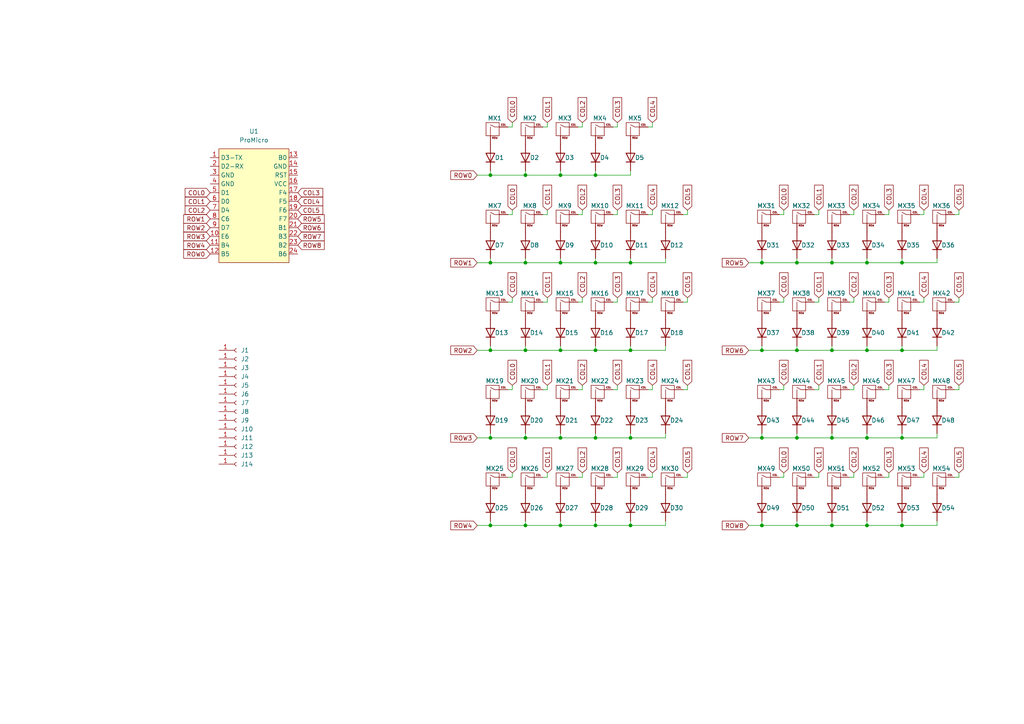
<source format=kicad_sch>
(kicad_sch (version 20230121) (generator eeschema)
  (paper "A4")
  (junction (at 220.98 127))
  (junction (at 162.56 76.2))
  (junction (at 241.3 127))
  (junction (at 182.88 101.6))
  (junction (at 172.72 101.6))
  (junction (at 251.46 101.6))
  (junction (at 231.14 127))
  (junction (at 152.4 101.6))
  (junction (at 220.98 76.2))
  (junction (at 142.24 50.8))
  (junction (at 261.62 152.4))
  (junction (at 162.56 50.8))
  (junction (at 241.3 152.4))
  (junction (at 152.4 76.2))
  (junction (at 142.24 152.4))
  (junction (at 231.14 152.4))
  (junction (at 172.72 76.2))
  (junction (at 251.46 76.2))
  (junction (at 182.88 76.2))
  (junction (at 162.56 101.6))
  (junction (at 231.14 76.2))
  (junction (at 261.62 127))
  (junction (at 261.62 101.6))
  (junction (at 241.3 101.6))
  (junction (at 231.14 101.6))
  (junction (at 152.4 127))
  (junction (at 172.72 50.8))
  (junction (at 220.98 152.4))
  (junction (at 142.24 127))
  (junction (at 251.46 127))
  (junction (at 142.24 76.2))
  (junction (at 162.56 152.4))
  (junction (at 220.98 101.6))
  (junction (at 152.4 50.8))
  (junction (at 172.72 127))
  (junction (at 182.88 152.4))
  (junction (at 251.46 152.4))
  (junction (at 261.62 76.2))
  (junction (at 172.72 152.4))
  (junction (at 162.56 127))
  (junction (at 142.24 101.6))
  (junction (at 241.3 76.2))
  (junction (at 152.4 152.4))
  (junction (at 182.88 127))
  (wire (pts (xy 148.59 86.36) (xy 148.59 87.63)))
  (wire (pts (xy 236.22 113.03) (xy 237.49 113.03)))
  (wire (pts (xy 231.14 101.6) (xy 241.3 101.6)))
  (wire (pts (xy 267.97 137.16) (xy 267.97 138.43)))
  (wire (pts (xy 271.78 152.4) (xy 271.78 151.13)))
  (wire (pts (xy 217.17 152.4) (xy 220.98 152.4)))
  (wire (pts (xy 158.75 60.96) (xy 158.75 62.23)))
  (wire (pts (xy 241.3 152.4) (xy 241.3 151.13)))
  (wire (pts (xy 257.81 86.36) (xy 257.81 87.63)))
  (wire (pts (xy 198.12 87.63) (xy 199.39 87.63)))
  (wire (pts (xy 198.12 138.43) (xy 199.39 138.43)))
  (wire (pts (xy 231.14 127) (xy 231.14 125.73)))
  (wire (pts (xy 182.88 50.8) (xy 182.88 49.53)))
  (wire (pts (xy 152.4 152.4) (xy 162.56 152.4)))
  (wire (pts (xy 193.04 127) (xy 193.04 125.73)))
  (wire (pts (xy 241.3 76.2) (xy 241.3 74.93)))
  (wire (pts (xy 182.88 76.2) (xy 193.04 76.2)))
  (wire (pts (xy 138.43 101.6) (xy 142.24 101.6)))
  (wire (pts (xy 189.23 86.36) (xy 189.23 87.63)))
  (wire (pts (xy 168.91 86.36) (xy 168.91 87.63)))
  (wire (pts (xy 220.98 152.4) (xy 220.98 151.13)))
  (wire (pts (xy 266.7 87.63) (xy 267.97 87.63)))
  (wire (pts (xy 247.65 60.96) (xy 247.65 62.23)))
  (wire (pts (xy 177.8 62.23) (xy 179.07 62.23)))
  (wire (pts (xy 177.8 138.43) (xy 179.07 138.43)))
  (wire (pts (xy 158.75 137.16) (xy 158.75 138.43)))
  (wire (pts (xy 187.96 138.43) (xy 189.23 138.43)))
  (wire (pts (xy 199.39 111.76) (xy 199.39 113.03)))
  (wire (pts (xy 231.14 152.4) (xy 231.14 151.13)))
  (wire (pts (xy 261.62 101.6) (xy 261.62 100.33)))
  (wire (pts (xy 167.64 113.03) (xy 168.91 113.03)))
  (wire (pts (xy 231.14 101.6) (xy 231.14 100.33)))
  (wire (pts (xy 152.4 76.2) (xy 162.56 76.2)))
  (wire (pts (xy 142.24 101.6) (xy 152.4 101.6)))
  (wire (pts (xy 217.17 101.6) (xy 220.98 101.6)))
  (wire (pts (xy 247.65 137.16) (xy 247.65 138.43)))
  (wire (pts (xy 148.59 60.96) (xy 148.59 62.23)))
  (wire (pts (xy 172.72 76.2) (xy 182.88 76.2)))
  (wire (pts (xy 177.8 113.03) (xy 179.07 113.03)))
  (wire (pts (xy 251.46 127) (xy 251.46 125.73)))
  (wire (pts (xy 246.38 87.63) (xy 247.65 87.63)))
  (wire (pts (xy 182.88 101.6) (xy 182.88 100.33)))
  (wire (pts (xy 157.48 36.83) (xy 158.75 36.83)))
  (wire (pts (xy 220.98 101.6) (xy 231.14 101.6)))
  (wire (pts (xy 226.06 113.03) (xy 227.33 113.03)))
  (wire (pts (xy 147.32 87.63) (xy 148.59 87.63)))
  (wire (pts (xy 187.96 113.03) (xy 189.23 113.03)))
  (wire (pts (xy 162.56 101.6) (xy 172.72 101.6)))
  (wire (pts (xy 158.75 35.56) (xy 158.75 36.83)))
  (wire (pts (xy 148.59 111.76) (xy 148.59 113.03)))
  (wire (pts (xy 267.97 60.96) (xy 267.97 62.23)))
  (wire (pts (xy 193.04 152.4) (xy 193.04 151.13)))
  (wire (pts (xy 152.4 101.6) (xy 152.4 100.33)))
  (wire (pts (xy 167.64 87.63) (xy 168.91 87.63)))
  (wire (pts (xy 162.56 76.2) (xy 162.56 74.93)))
  (wire (pts (xy 168.91 111.76) (xy 168.91 113.03)))
  (wire (pts (xy 189.23 111.76) (xy 189.23 113.03)))
  (wire (pts (xy 147.32 138.43) (xy 148.59 138.43)))
  (wire (pts (xy 276.86 87.63) (xy 278.13 87.63)))
  (wire (pts (xy 261.62 127) (xy 261.62 125.73)))
  (wire (pts (xy 182.88 76.2) (xy 182.88 74.93)))
  (wire (pts (xy 247.65 111.76) (xy 247.65 113.03)))
  (wire (pts (xy 142.24 127) (xy 152.4 127)))
  (wire (pts (xy 172.72 50.8) (xy 182.88 50.8)))
  (wire (pts (xy 167.64 62.23) (xy 168.91 62.23)))
  (wire (pts (xy 220.98 76.2) (xy 220.98 74.93)))
  (wire (pts (xy 226.06 138.43) (xy 227.33 138.43)))
  (wire (pts (xy 237.49 60.96) (xy 237.49 62.23)))
  (wire (pts (xy 162.56 152.4) (xy 162.56 151.13)))
  (wire (pts (xy 152.4 101.6) (xy 162.56 101.6)))
  (wire (pts (xy 226.06 87.63) (xy 227.33 87.63)))
  (wire (pts (xy 227.33 86.36) (xy 227.33 87.63)))
  (wire (pts (xy 187.96 36.83) (xy 189.23 36.83)))
  (wire (pts (xy 217.17 127) (xy 220.98 127)))
  (wire (pts (xy 227.33 60.96) (xy 227.33 62.23)))
  (wire (pts (xy 152.4 50.8) (xy 162.56 50.8)))
  (wire (pts (xy 220.98 127) (xy 220.98 125.73)))
  (wire (pts (xy 147.32 113.03) (xy 148.59 113.03)))
  (wire (pts (xy 177.8 87.63) (xy 179.07 87.63)))
  (wire (pts (xy 261.62 101.6) (xy 271.78 101.6)))
  (wire (pts (xy 247.65 86.36) (xy 247.65 87.63)))
  (wire (pts (xy 179.07 137.16) (xy 179.07 138.43)))
  (wire (pts (xy 138.43 50.8) (xy 142.24 50.8)))
  (wire (pts (xy 276.86 62.23) (xy 278.13 62.23)))
  (wire (pts (xy 158.75 86.36) (xy 158.75 87.63)))
  (wire (pts (xy 241.3 152.4) (xy 251.46 152.4)))
  (wire (pts (xy 162.56 152.4) (xy 172.72 152.4)))
  (wire (pts (xy 152.4 152.4) (xy 152.4 151.13)))
  (wire (pts (xy 271.78 101.6) (xy 271.78 100.33)))
  (wire (pts (xy 246.38 138.43) (xy 247.65 138.43)))
  (wire (pts (xy 227.33 137.16) (xy 227.33 138.43)))
  (wire (pts (xy 241.3 76.2) (xy 251.46 76.2)))
  (wire (pts (xy 271.78 127) (xy 271.78 125.73)))
  (wire (pts (xy 220.98 101.6) (xy 220.98 100.33)))
  (wire (pts (xy 162.56 127) (xy 172.72 127)))
  (wire (pts (xy 162.56 76.2) (xy 172.72 76.2)))
  (wire (pts (xy 142.24 50.8) (xy 142.24 49.53)))
  (wire (pts (xy 142.24 101.6) (xy 142.24 100.33)))
  (wire (pts (xy 231.14 76.2) (xy 241.3 76.2)))
  (wire (pts (xy 142.24 127) (xy 142.24 125.73)))
  (wire (pts (xy 236.22 62.23) (xy 237.49 62.23)))
  (wire (pts (xy 199.39 60.96) (xy 199.39 62.23)))
  (wire (pts (xy 246.38 62.23) (xy 247.65 62.23)))
  (wire (pts (xy 278.13 60.96) (xy 278.13 62.23)))
  (wire (pts (xy 261.62 152.4) (xy 261.62 151.13)))
  (wire (pts (xy 142.24 152.4) (xy 142.24 151.13)))
  (wire (pts (xy 256.54 87.63) (xy 257.81 87.63)))
  (wire (pts (xy 147.32 62.23) (xy 148.59 62.23)))
  (wire (pts (xy 172.72 50.8) (xy 172.72 49.53)))
  (wire (pts (xy 162.56 127) (xy 162.56 125.73)))
  (wire (pts (xy 241.3 127) (xy 241.3 125.73)))
  (wire (pts (xy 138.43 76.2) (xy 142.24 76.2)))
  (wire (pts (xy 162.56 101.6) (xy 162.56 100.33)))
  (wire (pts (xy 172.72 127) (xy 182.88 127)))
  (wire (pts (xy 257.81 60.96) (xy 257.81 62.23)))
  (wire (pts (xy 157.48 87.63) (xy 158.75 87.63)))
  (wire (pts (xy 158.75 111.76) (xy 158.75 113.03)))
  (wire (pts (xy 138.43 152.4) (xy 142.24 152.4)))
  (wire (pts (xy 266.7 62.23) (xy 267.97 62.23)))
  (wire (pts (xy 182.88 101.6) (xy 193.04 101.6)))
  (wire (pts (xy 251.46 76.2) (xy 251.46 74.93)))
  (wire (pts (xy 168.91 137.16) (xy 168.91 138.43)))
  (wire (pts (xy 278.13 86.36) (xy 278.13 87.63)))
  (wire (pts (xy 138.43 127) (xy 142.24 127)))
  (wire (pts (xy 251.46 76.2) (xy 261.62 76.2)))
  (wire (pts (xy 193.04 101.6) (xy 193.04 100.33)))
  (wire (pts (xy 266.7 138.43) (xy 267.97 138.43)))
  (wire (pts (xy 179.07 111.76) (xy 179.07 113.03)))
  (wire (pts (xy 172.72 152.4) (xy 172.72 151.13)))
  (wire (pts (xy 256.54 62.23) (xy 257.81 62.23)))
  (wire (pts (xy 266.7 113.03) (xy 267.97 113.03)))
  (wire (pts (xy 172.72 76.2) (xy 172.72 74.93)))
  (wire (pts (xy 193.04 76.2) (xy 193.04 74.93)))
  (wire (pts (xy 257.81 111.76) (xy 257.81 113.03)))
  (wire (pts (xy 142.24 152.4) (xy 152.4 152.4)))
  (wire (pts (xy 187.96 87.63) (xy 189.23 87.63)))
  (wire (pts (xy 142.24 76.2) (xy 142.24 74.93)))
  (wire (pts (xy 261.62 152.4) (xy 271.78 152.4)))
  (wire (pts (xy 199.39 86.36) (xy 199.39 87.63)))
  (wire (pts (xy 168.91 60.96) (xy 168.91 62.23)))
  (wire (pts (xy 172.72 127) (xy 172.72 125.73)))
  (wire (pts (xy 251.46 152.4) (xy 251.46 151.13)))
  (wire (pts (xy 257.81 137.16) (xy 257.81 138.43)))
  (wire (pts (xy 251.46 101.6) (xy 261.62 101.6)))
  (wire (pts (xy 237.49 111.76) (xy 237.49 113.03)))
  (wire (pts (xy 157.48 62.23) (xy 158.75 62.23)))
  (wire (pts (xy 142.24 76.2) (xy 152.4 76.2)))
  (wire (pts (xy 147.32 36.83) (xy 148.59 36.83)))
  (wire (pts (xy 157.48 138.43) (xy 158.75 138.43)))
  (wire (pts (xy 256.54 138.43) (xy 257.81 138.43)))
  (wire (pts (xy 276.86 113.03) (xy 278.13 113.03)))
  (wire (pts (xy 267.97 111.76) (xy 267.97 113.03)))
  (wire (pts (xy 179.07 86.36) (xy 179.07 87.63)))
  (wire (pts (xy 152.4 76.2) (xy 152.4 74.93)))
  (wire (pts (xy 198.12 62.23) (xy 199.39 62.23)))
  (wire (pts (xy 167.64 36.83) (xy 168.91 36.83)))
  (wire (pts (xy 278.13 111.76) (xy 278.13 113.03)))
  (wire (pts (xy 177.8 36.83) (xy 179.07 36.83)))
  (wire (pts (xy 198.12 113.03) (xy 199.39 113.03)))
  (wire (pts (xy 226.06 62.23) (xy 227.33 62.23)))
  (wire (pts (xy 227.33 111.76) (xy 227.33 113.03)))
  (wire (pts (xy 236.22 138.43) (xy 237.49 138.43)))
  (wire (pts (xy 182.88 152.4) (xy 193.04 152.4)))
  (wire (pts (xy 231.14 152.4) (xy 241.3 152.4)))
  (wire (pts (xy 220.98 76.2) (xy 231.14 76.2)))
  (wire (pts (xy 231.14 127) (xy 241.3 127)))
  (wire (pts (xy 237.49 86.36) (xy 237.49 87.63)))
  (wire (pts (xy 267.97 86.36) (xy 267.97 87.63)))
  (wire (pts (xy 220.98 152.4) (xy 231.14 152.4)))
  (wire (pts (xy 251.46 152.4) (xy 261.62 152.4)))
  (wire (pts (xy 152.4 127) (xy 162.56 127)))
  (wire (pts (xy 261.62 127) (xy 271.78 127)))
  (wire (pts (xy 220.98 127) (xy 231.14 127)))
  (wire (pts (xy 182.88 127) (xy 182.88 125.73)))
  (wire (pts (xy 189.23 137.16) (xy 189.23 138.43)))
  (wire (pts (xy 172.72 101.6) (xy 172.72 100.33)))
  (wire (pts (xy 152.4 127) (xy 152.4 125.73)))
  (wire (pts (xy 241.3 101.6) (xy 241.3 100.33)))
  (wire (pts (xy 148.59 35.56) (xy 148.59 36.83)))
  (wire (pts (xy 231.14 76.2) (xy 231.14 74.93)))
  (wire (pts (xy 179.07 35.56) (xy 179.07 36.83)))
  (wire (pts (xy 261.62 76.2) (xy 271.78 76.2)))
  (wire (pts (xy 162.56 50.8) (xy 162.56 49.53)))
  (wire (pts (xy 182.88 127) (xy 193.04 127)))
  (wire (pts (xy 142.24 50.8) (xy 152.4 50.8)))
  (wire (pts (xy 157.48 113.03) (xy 158.75 113.03)))
  (wire (pts (xy 261.62 76.2) (xy 261.62 74.93)))
  (wire (pts (xy 271.78 76.2) (xy 271.78 74.93)))
  (wire (pts (xy 172.72 152.4) (xy 182.88 152.4)))
  (wire (pts (xy 168.91 35.56) (xy 168.91 36.83)))
  (wire (pts (xy 278.13 137.16) (xy 278.13 138.43)))
  (wire (pts (xy 199.39 137.16) (xy 199.39 138.43)))
  (wire (pts (xy 236.22 87.63) (xy 237.49 87.63)))
  (wire (pts (xy 179.07 60.96) (xy 179.07 62.23)))
  (wire (pts (xy 241.3 127) (xy 251.46 127)))
  (wire (pts (xy 276.86 138.43) (xy 278.13 138.43)))
  (wire (pts (xy 237.49 137.16) (xy 237.49 138.43)))
  (wire (pts (xy 189.23 60.96) (xy 189.23 62.23)))
  (wire (pts (xy 187.96 62.23) (xy 189.23 62.23)))
  (wire (pts (xy 251.46 127) (xy 261.62 127)))
  (wire (pts (xy 167.64 138.43) (xy 168.91 138.43)))
  (wire (pts (xy 152.4 50.8) (xy 152.4 49.53)))
  (wire (pts (xy 246.38 113.03) (xy 247.65 113.03)))
  (wire (pts (xy 162.56 50.8) (xy 172.72 50.8)))
  (wire (pts (xy 148.59 137.16) (xy 148.59 138.43)))
  (wire (pts (xy 189.23 35.56) (xy 189.23 36.83)))
  (wire (pts (xy 241.3 101.6) (xy 251.46 101.6)))
  (wire (pts (xy 251.46 101.6) (xy 251.46 100.33)))
  (wire (pts (xy 172.72 101.6) (xy 182.88 101.6)))
  (wire (pts (xy 217.17 76.2) (xy 220.98 76.2)))
  (wire (pts (xy 182.88 152.4) (xy 182.88 151.13)))
  (wire (pts (xy 256.54 113.03) (xy 257.81 113.03)))
  (global_label "COL4" (shape input) (at 267.97 137.16 90) (property "Intersheetrefs" "${INTERSHEET_REFS}" (effects hide)))
  (global_label "ROW5" (shape input) (at 86.36 63.5 0) (property "Intersheetrefs" "${INTERSHEET_REFS}" (effects hide)))
  (global_label "COL0" (shape input) (at 227.33 86.36 90) (property "Intersheetrefs" "${INTERSHEET_REFS}" (effects hide)))
  (global_label "COL3" (shape input) (at 179.07 86.36 90) (property "Intersheetrefs" "${INTERSHEET_REFS}" (effects hide)))
  (global_label "COL5" (shape input) (at 199.39 137.16 90) (property "Intersheetrefs" "${INTERSHEET_REFS}" (effects hide)))
  (global_label "COL0" (shape input) (at 227.33 60.96 90) (property "Intersheetrefs" "${INTERSHEET_REFS}" (effects hide)))
  (global_label "ROW2" (shape input) (at 138.43 101.6 180) (property "Intersheetrefs" "${INTERSHEET_REFS}" (effects hide)))
  (global_label "COL3" (shape input) (at 86.36 55.88 0) (property "Intersheetrefs" "${INTERSHEET_REFS}" (effects hide)))
  (global_label "ROW3" (shape input) (at 138.43 127 180) (property "Intersheetrefs" "${INTERSHEET_REFS}" (effects hide)))
  (global_label "ROW1" (shape input) (at 138.43 76.2 180) (property "Intersheetrefs" "${INTERSHEET_REFS}" (effects hide)))
  (global_label "COL5" (shape input) (at 278.13 60.96 90) (property "Intersheetrefs" "${INTERSHEET_REFS}" (effects hide)))
  (global_label "ROW7" (shape input) (at 86.36 68.58 0) (property "Intersheetrefs" "${INTERSHEET_REFS}" (effects hide)))
  (global_label "COL5" (shape input) (at 278.13 137.16 90) (property "Intersheetrefs" "${INTERSHEET_REFS}" (effects hide)))
  (global_label "COL5" (shape input) (at 199.39 60.96 90) (property "Intersheetrefs" "${INTERSHEET_REFS}" (effects hide)))
  (global_label "ROW3" (shape input) (at 60.96 68.58 180) (property "Intersheetrefs" "${INTERSHEET_REFS}" (effects hide)))
  (global_label "COL0" (shape input) (at 148.59 111.76 90) (property "Intersheetrefs" "${INTERSHEET_REFS}" (effects hide)))
  (global_label "COL1" (shape input) (at 237.49 111.76 90) (property "Intersheetrefs" "${INTERSHEET_REFS}" (effects hide)))
  (global_label "COL3" (shape input) (at 257.81 111.76 90) (property "Intersheetrefs" "${INTERSHEET_REFS}" (effects hide)))
  (global_label "COL1" (shape input) (at 158.75 137.16 90) (property "Intersheetrefs" "${INTERSHEET_REFS}" (effects hide)))
  (global_label "COL4" (shape input) (at 189.23 137.16 90) (property "Intersheetrefs" "${INTERSHEET_REFS}" (effects hide)))
  (global_label "COL2" (shape input) (at 168.91 137.16 90) (property "Intersheetrefs" "${INTERSHEET_REFS}" (effects hide)))
  (global_label "COL2" (shape input) (at 168.91 35.56 90) (property "Intersheetrefs" "${INTERSHEET_REFS}" (effects hide)))
  (global_label "COL4" (shape input) (at 86.36 58.42 0) (property "Intersheetrefs" "${INTERSHEET_REFS}" (effects hide)))
  (global_label "COL2" (shape input) (at 168.91 111.76 90) (property "Intersheetrefs" "${INTERSHEET_REFS}" (effects hide)))
  (global_label "COL2" (shape input) (at 168.91 86.36 90) (property "Intersheetrefs" "${INTERSHEET_REFS}" (effects hide)))
  (global_label "COL4" (shape input) (at 189.23 60.96 90) (property "Intersheetrefs" "${INTERSHEET_REFS}" (effects hide)))
  (global_label "COL1" (shape input) (at 237.49 86.36 90) (property "Intersheetrefs" "${INTERSHEET_REFS}" (effects hide)))
  (global_label "COL0" (shape input) (at 227.33 111.76 90) (property "Intersheetrefs" "${INTERSHEET_REFS}" (effects hide)))
  (global_label "COL0" (shape input) (at 227.33 137.16 90) (property "Intersheetrefs" "${INTERSHEET_REFS}" (effects hide)))
  (global_label "COL4" (shape input) (at 189.23 35.56 90) (property "Intersheetrefs" "${INTERSHEET_REFS}" (effects hide)))
  (global_label "ROW4" (shape input) (at 138.43 152.4 180) (property "Intersheetrefs" "${INTERSHEET_REFS}" (effects hide)))
  (global_label "COL0" (shape input) (at 148.59 137.16 90) (property "Intersheetrefs" "${INTERSHEET_REFS}" (effects hide)))
  (global_label "COL5" (shape input) (at 199.39 111.76 90) (property "Intersheetrefs" "${INTERSHEET_REFS}" (effects hide)))
  (global_label "ROW2" (shape input) (at 60.96 66.04 180) (property "Intersheetrefs" "${INTERSHEET_REFS}" (effects hide)))
  (global_label "COL1" (shape input) (at 237.49 60.96 90) (property "Intersheetrefs" "${INTERSHEET_REFS}" (effects hide)))
  (global_label "COL2" (shape input) (at 60.96 60.96 180) (property "Intersheetrefs" "${INTERSHEET_REFS}" (effects hide)))
  (global_label "ROW8" (shape input) (at 217.17 152.4 180) (property "Intersheetrefs" "${INTERSHEET_REFS}" (effects hide)))
  (global_label "COL3" (shape input) (at 257.81 60.96 90) (property "Intersheetrefs" "${INTERSHEET_REFS}" (effects hide)))
  (global_label "COL4" (shape input) (at 189.23 86.36 90) (property "Intersheetrefs" "${INTERSHEET_REFS}" (effects hide)))
  (global_label "COL1" (shape input) (at 158.75 60.96 90) (property "Intersheetrefs" "${INTERSHEET_REFS}" (effects hide)))
  (global_label "COL5" (shape input) (at 278.13 86.36 90) (property "Intersheetrefs" "${INTERSHEET_REFS}" (effects hide)))
  (global_label "COL1" (shape input) (at 158.75 111.76 90) (property "Intersheetrefs" "${INTERSHEET_REFS}" (effects hide)))
  (global_label "COL3" (shape input) (at 257.81 86.36 90) (property "Intersheetrefs" "${INTERSHEET_REFS}" (effects hide)))
  (global_label "COL0" (shape input) (at 148.59 86.36 90) (property "Intersheetrefs" "${INTERSHEET_REFS}" (effects hide)))
  (global_label "COL3" (shape input) (at 179.07 111.76 90) (property "Intersheetrefs" "${INTERSHEET_REFS}" (effects hide)))
  (global_label "ROW6" (shape input) (at 86.36 66.04 0) (property "Intersheetrefs" "${INTERSHEET_REFS}" (effects hide)))
  (global_label "COL2" (shape input) (at 168.91 60.96 90) (property "Intersheetrefs" "${INTERSHEET_REFS}" (effects hide)))
  (global_label "COL0" (shape input) (at 60.96 55.88 180) (property "Intersheetrefs" "${INTERSHEET_REFS}" (effects hide)))
  (global_label "ROW6" (shape input) (at 217.17 101.6 180) (property "Intersheetrefs" "${INTERSHEET_REFS}" (effects hide)))
  (global_label "COL0" (shape input) (at 148.59 35.56 90) (property "Intersheetrefs" "${INTERSHEET_REFS}" (effects hide)))
  (global_label "COL1" (shape input) (at 158.75 86.36 90) (property "Intersheetrefs" "${INTERSHEET_REFS}" (effects hide)))
  (global_label "COL1" (shape input) (at 237.49 137.16 90) (property "Intersheetrefs" "${INTERSHEET_REFS}" (effects hide)))
  (global_label "COL2" (shape input) (at 247.65 111.76 90) (property "Intersheetrefs" "${INTERSHEET_REFS}" (effects hide)))
  (global_label "COL1" (shape input) (at 60.96 58.42 180) (property "Intersheetrefs" "${INTERSHEET_REFS}" (effects hide)))
  (global_label "ROW1" (shape input) (at 60.96 63.5 180) (property "Intersheetrefs" "${INTERSHEET_REFS}" (effects hide)))
  (global_label "COL2" (shape input) (at 247.65 137.16 90) (property "Intersheetrefs" "${INTERSHEET_REFS}" (effects hide)))
  (global_label "COL3" (shape input) (at 179.07 137.16 90) (property "Intersheetrefs" "${INTERSHEET_REFS}" (effects hide)))
  (global_label "COL4" (shape input) (at 189.23 111.76 90) (property "Intersheetrefs" "${INTERSHEET_REFS}" (effects hide)))
  (global_label "ROW0" (shape input) (at 60.96 73.66 180) (property "Intersheetrefs" "${INTERSHEET_REFS}" (effects hide)))
  (global_label "COL2" (shape input) (at 247.65 60.96 90) (property "Intersheetrefs" "${INTERSHEET_REFS}" (effects hide)))
  (global_label "COL5" (shape input) (at 278.13 111.76 90) (property "Intersheetrefs" "${INTERSHEET_REFS}" (effects hide)))
  (global_label "ROW0" (shape input) (at 138.43 50.8 180) (property "Intersheetrefs" "${INTERSHEET_REFS}" (effects hide)))
  (global_label "ROW4" (shape input) (at 60.96 71.12 180) (property "Intersheetrefs" "${INTERSHEET_REFS}" (effects hide)))
  (global_label "COL2" (shape input) (at 247.65 86.36 90) (property "Intersheetrefs" "${INTERSHEET_REFS}" (effects hide)))
  (global_label "COL3" (shape input) (at 179.07 35.56 90) (property "Intersheetrefs" "${INTERSHEET_REFS}" (effects hide)))
  (global_label "ROW5" (shape input) (at 217.17 76.2 180) (property "Intersheetrefs" "${INTERSHEET_REFS}" (effects hide)))
  (global_label "COL1" (shape input) (at 158.75 35.56 90) (property "Intersheetrefs" "${INTERSHEET_REFS}" (effects hide)))
  (global_label "COL3" (shape input) (at 257.81 137.16 90) (property "Intersheetrefs" "${INTERSHEET_REFS}" (effects hide)))
  (global_label "ROW7" (shape input) (at 217.17 127 180) (property "Intersheetrefs" "${INTERSHEET_REFS}" (effects hide)))
  (global_label "ROW8" (shape input) (at 86.36 71.12 0) (property "Intersheetrefs" "${INTERSHEET_REFS}" (effects hide)))
  (global_label "COL4" (shape input) (at 267.97 111.76 90) (property "Intersheetrefs" "${INTERSHEET_REFS}" (effects hide)))
  (global_label "COL5" (shape input) (at 199.39 86.36 90) (property "Intersheetrefs" "${INTERSHEET_REFS}" (effects hide)))
  (global_label "COL4" (shape input) (at 267.97 86.36 90) (property "Intersheetrefs" "${INTERSHEET_REFS}" (effects hide)))
  (global_label "COL0" (shape input) (at 148.59 60.96 90) (property "Intersheetrefs" "${INTERSHEET_REFS}" (effects hide)))
  (global_label "COL3" (shape input) (at 179.07 60.96 90) (property "Intersheetrefs" "${INTERSHEET_REFS}" (effects hide)))
  (global_label "COL4" (shape input) (at 267.97 60.96 90) (property "Intersheetrefs" "${INTERSHEET_REFS}" (effects hide)))
  (global_label "COL5" (shape input) (at 86.36 60.96 0) (property "Intersheetrefs" "${INTERSHEET_REFS}" (effects hide)))
  (symbol (lib_id "Diode:1N4148") (at 271.78 121.92 90) (unit 1)
    (property "Reference" "D48" (at 273.05 121.92 90) (effects (justify right)))
    (property "Value" "1N4148" (effects hide))
    (property "Footprint" "Diode_THT:D_DO-35_SOD27_P7.62mm_Horizontal" (effects hide))
    (property "Datasheet" "https://assets.nexperia.com/documents/data-sheet/1N4148_1N4448.pdf" (effects hide))
    (property "Sim.Device" "D" (effects hide))
    (property "Sim.Pins" "1=K 2=A" (effects hide))
  )
  (symbol (lib_id "PCM_0xcb:MX") (at 252.73 138.43 0) (unit 1)
    (property "Reference" "MX52" (at 252.73 135.89 0))
    (property "Value" "MX" (effects hide))
    (property "Footprint" "mx:MX-Alps-Hybrid-1U" (effects hide))
  )
  (symbol (lib_id "Diode:1N4148") (at 142.24 96.52 90) (unit 1)
    (property "Reference" "D13" (at 143.51 96.52 90) (effects (justify right)))
    (property "Value" "1N4148" (effects hide))
    (property "Footprint" "Diode_THT:D_DO-35_SOD27_P7.62mm_Horizontal" (effects hide))
    (property "Datasheet" "https://assets.nexperia.com/documents/data-sheet/1N4148_1N4448.pdf" (effects hide))
    (property "Sim.Device" "D" (effects hide))
    (property "Sim.Pins" "1=K 2=A" (effects hide))
  )
  (symbol (lib_id "PCM_0xcb:MX") (at 163.83 36.83 0) (unit 1)
    (property "Reference" "MX3" (at 163.83 34.29 0))
    (property "Value" "MX" (effects hide))
    (property "Footprint" "mx:MX-Alps-Hybrid-1U" (effects hide))
  )
  (symbol (lib_id "Connector:Conn_01x01_Socket") (at 68.58 121.92 0) (unit 1)
    (property "Reference" "J9" (at 69.85 121.92 0) (effects (justify left)))
    (property "Value" "Conn_01x01_Socket" (effects hide))
    (property "Footprint" "MountingHole:MountingHole_2.2mm_M2" (effects hide))
  )
  (symbol (lib_id "Diode:1N4148") (at 220.98 71.12 90) (unit 1)
    (property "Reference" "D31" (at 222.25 71.12 90) (effects (justify right)))
    (property "Value" "1N4148" (effects hide))
    (property "Footprint" "Diode_THT:D_DO-35_SOD27_P7.62mm_Horizontal" (effects hide))
    (property "Datasheet" "https://assets.nexperia.com/documents/data-sheet/1N4148_1N4448.pdf" (effects hide))
    (property "Sim.Device" "D" (effects hide))
    (property "Sim.Pins" "1=K 2=A" (effects hide))
  )
  (symbol (lib_id "PCM_0xcb:MX") (at 232.41 87.63 0) (unit 1)
    (property "Reference" "MX38" (at 232.41 85.09 0))
    (property "Value" "MX" (effects hide))
    (property "Footprint" "mx:MX-Alps-Hybrid-1U" (effects hide))
  )
  (symbol (lib_id "Diode:1N4148") (at 193.04 121.92 90) (unit 1)
    (property "Reference" "D24" (at 194.31 121.92 90) (effects (justify right)))
    (property "Value" "1N4148" (effects hide))
    (property "Footprint" "Diode_THT:D_DO-35_SOD27_P7.62mm_Horizontal" (effects hide))
    (property "Datasheet" "https://assets.nexperia.com/documents/data-sheet/1N4148_1N4448.pdf" (effects hide))
    (property "Sim.Device" "D" (effects hide))
    (property "Sim.Pins" "1=K 2=A" (effects hide))
  )
  (symbol (lib_id "PCM_0xcb:MX") (at 173.99 36.83 0) (unit 1)
    (property "Reference" "MX4" (at 173.99 34.29 0))
    (property "Value" "MX" (effects hide))
    (property "Footprint" "mx:MX-Alps-Hybrid-1U" (effects hide))
  )
  (symbol (lib_id "Diode:1N4148") (at 172.72 121.92 90) (unit 1)
    (property "Reference" "D22" (at 173.99 121.92 90) (effects (justify right)))
    (property "Value" "1N4148" (effects hide))
    (property "Footprint" "Diode_THT:D_DO-35_SOD27_P7.62mm_Horizontal" (effects hide))
    (property "Datasheet" "https://assets.nexperia.com/documents/data-sheet/1N4148_1N4448.pdf" (effects hide))
    (property "Sim.Device" "D" (effects hide))
    (property "Sim.Pins" "1=K 2=A" (effects hide))
  )
  (symbol (lib_id "Diode:1N4148") (at 261.62 71.12 90) (unit 1)
    (property "Reference" "D35" (at 262.89 71.12 90) (effects (justify right)))
    (property "Value" "1N4148" (effects hide))
    (property "Footprint" "Diode_THT:D_DO-35_SOD27_P7.62mm_Horizontal" (effects hide))
    (property "Datasheet" "https://assets.nexperia.com/documents/data-sheet/1N4148_1N4448.pdf" (effects hide))
    (property "Sim.Device" "D" (effects hide))
    (property "Sim.Pins" "1=K 2=A" (effects hide))
  )
  (symbol (lib_id "PCM_0xcb:MX") (at 262.89 138.43 0) (unit 1)
    (property "Reference" "MX53" (at 262.89 135.89 0))
    (property "Value" "MX" (effects hide))
    (property "Footprint" "mx:MX-Alps-Hybrid-1U" (effects hide))
  )
  (symbol (lib_id "Diode:1N4148") (at 152.4 96.52 90) (unit 1)
    (property "Reference" "D14" (at 153.67 96.52 90) (effects (justify right)))
    (property "Value" "1N4148" (effects hide))
    (property "Footprint" "Diode_THT:D_DO-35_SOD27_P7.62mm_Horizontal" (effects hide))
    (property "Datasheet" "https://assets.nexperia.com/documents/data-sheet/1N4148_1N4448.pdf" (effects hide))
    (property "Sim.Device" "D" (effects hide))
    (property "Sim.Pins" "1=K 2=A" (effects hide))
  )
  (symbol (lib_id "PCM_0xcb:MX") (at 242.57 138.43 0) (unit 1)
    (property "Reference" "MX51" (at 242.57 135.89 0))
    (property "Value" "MX" (effects hide))
    (property "Footprint" "mx:MX-Alps-Hybrid-1U" (effects hide))
  )
  (symbol (lib_id "PCM_0xcb:MX") (at 143.51 62.23 0) (unit 1)
    (property "Reference" "MX7" (at 143.51 59.69 0))
    (property "Value" "MX" (effects hide))
    (property "Footprint" "mx:MX-Alps-Hybrid-1U" (effects hide))
  )
  (symbol (lib_id "PCM_0xcb:MX") (at 163.83 113.03 0) (unit 1)
    (property "Reference" "MX21" (at 163.83 110.49 0))
    (property "Value" "MX" (effects hide))
    (property "Footprint" "mx:MX-Alps-Hybrid-1U" (effects hide))
  )
  (symbol (lib_id "Diode:1N4148") (at 172.72 45.72 90) (unit 1)
    (property "Reference" "D4" (at 173.99 45.72 90) (effects (justify right)))
    (property "Value" "1N4148" (effects hide))
    (property "Footprint" "Diode_THT:D_DO-35_SOD27_P7.62mm_Horizontal" (effects hide))
    (property "Datasheet" "https://assets.nexperia.com/documents/data-sheet/1N4148_1N4448.pdf" (effects hide))
    (property "Sim.Device" "D" (effects hide))
    (property "Sim.Pins" "1=K 2=A" (effects hide))
  )
  (symbol (lib_id "Diode:1N4148") (at 193.04 96.52 90) (unit 1)
    (property "Reference" "D18" (at 194.31 96.52 90) (effects (justify right)))
    (property "Value" "1N4148" (effects hide))
    (property "Footprint" "Diode_THT:D_DO-35_SOD27_P7.62mm_Horizontal" (effects hide))
    (property "Datasheet" "https://assets.nexperia.com/documents/data-sheet/1N4148_1N4448.pdf" (effects hide))
    (property "Sim.Device" "D" (effects hide))
    (property "Sim.Pins" "1=K 2=A" (effects hide))
  )
  (symbol (lib_id "Diode:1N4148") (at 261.62 147.32 90) (unit 1)
    (property "Reference" "D53" (at 262.89 147.32 90) (effects (justify right)))
    (property "Value" "1N4148" (effects hide))
    (property "Footprint" "Diode_THT:D_DO-35_SOD27_P7.62mm_Horizontal" (effects hide))
    (property "Datasheet" "https://assets.nexperia.com/documents/data-sheet/1N4148_1N4448.pdf" (effects hide))
    (property "Sim.Device" "D" (effects hide))
    (property "Sim.Pins" "1=K 2=A" (effects hide))
  )
  (symbol (lib_id "Connector:Conn_01x01_Socket") (at 68.58 116.84 0) (unit 1)
    (property "Reference" "J7" (at 69.85 116.84 0) (effects (justify left)))
    (property "Value" "Conn_01x01_Socket" (effects hide))
    (property "Footprint" "MountingHole:MountingHole_2.2mm_M2" (effects hide))
  )
  (symbol (lib_id "Connector:Conn_01x01_Socket") (at 68.58 106.68 0) (unit 1)
    (property "Reference" "J3" (at 69.85 106.68 0) (effects (justify left)))
    (property "Value" "Conn_01x01_Socket" (effects hide))
    (property "Footprint" "MountingHole:MountingHole_2.2mm_M2" (effects hide))
  )
  (symbol (lib_id "PCM_0xcb:MX") (at 184.15 87.63 0) (unit 1)
    (property "Reference" "MX17" (at 184.15 85.09 0))
    (property "Value" "MX" (effects hide))
    (property "Footprint" "mx:MX-Alps-Hybrid-1U" (effects hide))
  )
  (symbol (lib_id "Connector:Conn_01x01_Socket") (at 68.58 111.76 0) (unit 1)
    (property "Reference" "J5" (at 69.85 111.76 0) (effects (justify left)))
    (property "Value" "Conn_01x01_Socket" (effects hide))
    (property "Footprint" "MountingHole:MountingHole_2.2mm_M2" (effects hide))
  )
  (symbol (lib_id "PCM_0xcb:MX") (at 262.89 62.23 0) (unit 1)
    (property "Reference" "MX35" (at 262.89 59.69 0))
    (property "Value" "MX" (effects hide))
    (property "Footprint" "mx:MX-Alps-Hybrid-1U" (effects hide))
  )
  (symbol (lib_id "Diode:1N4148") (at 182.88 45.72 90) (unit 1)
    (property "Reference" "D5" (at 184.15 45.72 90) (effects (justify right)))
    (property "Value" "1N4148" (effects hide))
    (property "Footprint" "Diode_THT:D_DO-35_SOD27_P7.62mm_Horizontal" (effects hide))
    (property "Datasheet" "https://assets.nexperia.com/documents/data-sheet/1N4148_1N4448.pdf" (effects hide))
    (property "Sim.Device" "D" (effects hide))
    (property "Sim.Pins" "1=K 2=A" (effects hide))
  )
  (symbol (lib_id "PCM_0xcb:MX") (at 163.83 62.23 0) (unit 1)
    (property "Reference" "MX9" (at 163.83 59.69 0))
    (property "Value" "MX" (effects hide))
    (property "Footprint" "mx:MX-Alps-Hybrid-1U" (effects hide))
  )
  (symbol (lib_id "Connector:Conn_01x01_Socket") (at 68.58 109.22 0) (unit 1)
    (property "Reference" "J4" (at 69.85 109.22 0) (effects (justify left)))
    (property "Value" "Conn_01x01_Socket" (effects hide))
    (property "Footprint" "MountingHole:MountingHole_2.2mm_M2" (effects hide))
  )
  (symbol (lib_id "PCM_0xcb:MX") (at 232.41 62.23 0) (unit 1)
    (property "Reference" "MX32" (at 232.41 59.69 0))
    (property "Value" "MX" (effects hide))
    (property "Footprint" "mx:MX-Alps-Hybrid-1U" (effects hide))
  )
  (symbol (lib_id "Diode:1N4148") (at 231.14 71.12 90) (unit 1)
    (property "Reference" "D32" (at 232.41 71.12 90) (effects (justify right)))
    (property "Value" "1N4148" (effects hide))
    (property "Footprint" "Diode_THT:D_DO-35_SOD27_P7.62mm_Horizontal" (effects hide))
    (property "Datasheet" "https://assets.nexperia.com/documents/data-sheet/1N4148_1N4448.pdf" (effects hide))
    (property "Sim.Device" "D" (effects hide))
    (property "Sim.Pins" "1=K 2=A" (effects hide))
  )
  (symbol (lib_id "PCM_0xcb:MX") (at 143.51 138.43 0) (unit 1)
    (property "Reference" "MX25" (at 143.51 135.89 0))
    (property "Value" "MX" (effects hide))
    (property "Footprint" "mx:MX-Alps-Hybrid-1U" (effects hide))
  )
  (symbol (lib_id "Connector:Conn_01x01_Socket") (at 68.58 114.3 0) (unit 1)
    (property "Reference" "J6" (at 69.85 114.3 0) (effects (justify left)))
    (property "Value" "Conn_01x01_Socket" (effects hide))
    (property "Footprint" "MountingHole:MountingHole_2.2mm_M2" (effects hide))
  )
  (symbol (lib_id "PCM_0xcb:MX") (at 173.99 87.63 0) (unit 1)
    (property "Reference" "MX16" (at 173.99 85.09 0))
    (property "Value" "MX" (effects hide))
    (property "Footprint" "mx:MX-Alps-Hybrid-1U" (effects hide))
  )
  (symbol (lib_id "Diode:1N4148") (at 251.46 147.32 90) (unit 1)
    (property "Reference" "D52" (at 252.73 147.32 90) (effects (justify right)))
    (property "Value" "1N4148" (effects hide))
    (property "Footprint" "Diode_THT:D_DO-35_SOD27_P7.62mm_Horizontal" (effects hide))
    (property "Datasheet" "https://assets.nexperia.com/documents/data-sheet/1N4148_1N4448.pdf" (effects hide))
    (property "Sim.Device" "D" (effects hide))
    (property "Sim.Pins" "1=K 2=A" (effects hide))
  )
  (symbol (lib_id "Diode:1N4148") (at 271.78 147.32 90) (unit 1)
    (property "Reference" "D54" (at 273.05 147.32 90) (effects (justify right)))
    (property "Value" "1N4148" (effects hide))
    (property "Footprint" "Diode_THT:D_DO-35_SOD27_P7.62mm_Horizontal" (effects hide))
    (property "Datasheet" "https://assets.nexperia.com/documents/data-sheet/1N4148_1N4448.pdf" (effects hide))
    (property "Sim.Device" "D" (effects hide))
    (property "Sim.Pins" "1=K 2=A" (effects hide))
  )
  (symbol (lib_id "PCM_0xcb:MX") (at 153.67 36.83 0) (unit 1)
    (property "Reference" "MX2" (at 153.67 34.29 0))
    (property "Value" "MX" (effects hide))
    (property "Footprint" "mx:MX-Alps-Hybrid-1U" (effects hide))
  )
  (symbol (lib_id "Diode:1N4148") (at 220.98 96.52 90) (unit 1)
    (property "Reference" "D37" (at 222.25 96.52 90) (effects (justify right)))
    (property "Value" "1N4148" (effects hide))
    (property "Footprint" "Diode_THT:D_DO-35_SOD27_P7.62mm_Horizontal" (effects hide))
    (property "Datasheet" "https://assets.nexperia.com/documents/data-sheet/1N4148_1N4448.pdf" (effects hide))
    (property "Sim.Device" "D" (effects hide))
    (property "Sim.Pins" "1=K 2=A" (effects hide))
  )
  (symbol (lib_id "PCM_0xcb:MX") (at 143.51 87.63 0) (unit 1)
    (property "Reference" "MX13" (at 143.51 85.09 0))
    (property "Value" "MX" (effects hide))
    (property "Footprint" "mx:MX-Alps-Hybrid-1U" (effects hide))
  )
  (symbol (lib_id "Diode:1N4148") (at 152.4 45.72 90) (unit 1)
    (property "Reference" "D2" (at 153.67 45.72 90) (effects (justify right)))
    (property "Value" "1N4148" (effects hide))
    (property "Footprint" "Diode_THT:D_DO-35_SOD27_P7.62mm_Horizontal" (effects hide))
    (property "Datasheet" "https://assets.nexperia.com/documents/data-sheet/1N4148_1N4448.pdf" (effects hide))
    (property "Sim.Device" "D" (effects hide))
    (property "Sim.Pins" "1=K 2=A" (effects hide))
  )
  (symbol (lib_id "PCM_0xcb:MX") (at 194.31 113.03 0) (unit 1)
    (property "Reference" "MX24" (at 194.31 110.49 0))
    (property "Value" "MX" (effects hide))
    (property "Footprint" "mx:MX-Alps-Hybrid-1U" (effects hide))
  )
  (symbol (lib_id "PCM_0xcb:MX") (at 194.31 87.63 0) (unit 1)
    (property "Reference" "MX18" (at 194.31 85.09 0))
    (property "Value" "MX" (effects hide))
    (property "Footprint" "mx:MX-Alps-Hybrid-1U" (effects hide))
  )
  (symbol (lib_id "Diode:1N4148") (at 172.72 96.52 90) (unit 1)
    (property "Reference" "D16" (at 173.99 96.52 90) (effects (justify right)))
    (property "Value" "1N4148" (effects hide))
    (property "Footprint" "Diode_THT:D_DO-35_SOD27_P7.62mm_Horizontal" (effects hide))
    (property "Datasheet" "https://assets.nexperia.com/documents/data-sheet/1N4148_1N4448.pdf" (effects hide))
    (property "Sim.Device" "D" (effects hide))
    (property "Sim.Pins" "1=K 2=A" (effects hide))
  )
  (symbol (lib_id "PCM_0xcb:MX") (at 143.51 113.03 0) (unit 1)
    (property "Reference" "MX19" (at 143.51 110.49 0))
    (property "Value" "MX" (effects hide))
    (property "Footprint" "mx:MX-Alps-Hybrid-1U" (effects hide))
  )
  (symbol (lib_id "Diode:1N4148") (at 182.88 71.12 90) (unit 1)
    (property "Reference" "D11" (at 184.15 71.12 90) (effects (justify right)))
    (property "Value" "1N4148" (effects hide))
    (property "Footprint" "Diode_THT:D_DO-35_SOD27_P7.62mm_Horizontal" (effects hide))
    (property "Datasheet" "https://assets.nexperia.com/documents/data-sheet/1N4148_1N4448.pdf" (effects hide))
    (property "Sim.Device" "D" (effects hide))
    (property "Sim.Pins" "1=K 2=A" (effects hide))
  )
  (symbol (lib_id "PCM_0xcb:MX") (at 273.05 138.43 0) (unit 1)
    (property "Reference" "MX54" (at 273.05 135.89 0))
    (property "Value" "MX" (effects hide))
    (property "Footprint" "mx:MX-Alps-Hybrid-1U" (effects hide))
  )
  (symbol (lib_id "Diode:1N4148") (at 231.14 147.32 90) (unit 1)
    (property "Reference" "D50" (at 232.41 147.32 90) (effects (justify right)))
    (property "Value" "1N4148" (effects hide))
    (property "Footprint" "Diode_THT:D_DO-35_SOD27_P7.62mm_Horizontal" (effects hide))
    (property "Datasheet" "https://assets.nexperia.com/documents/data-sheet/1N4148_1N4448.pdf" (effects hide))
    (property "Sim.Device" "D" (effects hide))
    (property "Sim.Pins" "1=K 2=A" (effects hide))
  )
  (symbol (lib_id "Diode:1N4148") (at 251.46 121.92 90) (unit 1)
    (property "Reference" "D46" (at 252.73 121.92 90) (effects (justify right)))
    (property "Value" "1N4148" (effects hide))
    (property "Footprint" "Diode_THT:D_DO-35_SOD27_P7.62mm_Horizontal" (effects hide))
    (property "Datasheet" "https://assets.nexperia.com/documents/data-sheet/1N4148_1N4448.pdf" (effects hide))
    (property "Sim.Device" "D" (effects hide))
    (property "Sim.Pins" "1=K 2=A" (effects hide))
  )
  (symbol (lib_id "PCM_0xcb:MX") (at 163.83 87.63 0) (unit 1)
    (property "Reference" "MX15" (at 163.83 85.09 0))
    (property "Value" "MX" (effects hide))
    (property "Footprint" "mx:MX-Alps-Hybrid-1U" (effects hide))
  )
  (symbol (lib_id "PCM_0xcb:MX") (at 273.05 113.03 0) (unit 1)
    (property "Reference" "MX48" (at 273.05 110.49 0))
    (property "Value" "MX" (effects hide))
    (property "Footprint" "mx:MX-Alps-Hybrid-1U" (effects hide))
  )
  (symbol (lib_id "Diode:1N4148") (at 162.56 147.32 90) (unit 1)
    (property "Reference" "D27" (at 163.83 147.32 90) (effects (justify right)))
    (property "Value" "1N4148" (effects hide))
    (property "Footprint" "Diode_THT:D_DO-35_SOD27_P7.62mm_Horizontal" (effects hide))
    (property "Datasheet" "https://assets.nexperia.com/documents/data-sheet/1N4148_1N4448.pdf" (effects hide))
    (property "Sim.Device" "D" (effects hide))
    (property "Sim.Pins" "1=K 2=A" (effects hide))
  )
  (symbol (lib_id "Diode:1N4148") (at 251.46 96.52 90) (unit 1)
    (property "Reference" "D40" (at 252.73 96.52 90) (effects (justify right)))
    (property "Value" "1N4148" (effects hide))
    (property "Footprint" "Diode_THT:D_DO-35_SOD27_P7.62mm_Horizontal" (effects hide))
    (property "Datasheet" "https://assets.nexperia.com/documents/data-sheet/1N4148_1N4448.pdf" (effects hide))
    (property "Sim.Device" "D" (effects hide))
    (property "Sim.Pins" "1=K 2=A" (effects hide))
  )
  (symbol (lib_id "PCM_0xcb:MX") (at 273.05 62.23 0) (unit 1)
    (property "Reference" "MX36" (at 273.05 59.69 0))
    (property "Value" "MX" (effects hide))
    (property "Footprint" "mx:MX-Alps-Hybrid-1U" (effects hide))
  )
  (symbol (lib_id "Diode:1N4148") (at 182.88 96.52 90) (unit 1)
    (property "Reference" "D17" (at 184.15 96.52 90) (effects (justify right)))
    (property "Value" "1N4148" (effects hide))
    (property "Footprint" "Diode_THT:D_DO-35_SOD27_P7.62mm_Horizontal" (effects hide))
    (property "Datasheet" "https://assets.nexperia.com/documents/data-sheet/1N4148_1N4448.pdf" (effects hide))
    (property "Sim.Device" "D" (effects hide))
    (property "Sim.Pins" "1=K 2=A" (effects hide))
  )
  (symbol (lib_id "Connector:Conn_01x01_Socket") (at 68.58 101.6 0) (unit 1)
    (property "Reference" "J1" (at 69.85 101.6 0) (effects (justify left)))
    (property "Value" "Conn_01x01_Socket" (effects hide))
    (property "Footprint" "MountingHole:MountingHole_2.2mm_M2" (effects hide))
  )
  (symbol (lib_id "PCM_0xcb:MX") (at 242.57 113.03 0) (unit 1)
    (property "Reference" "MX45" (at 242.57 110.49 0))
    (property "Value" "MX" (effects hide))
    (property "Footprint" "mx:MX-Alps-Hybrid-1U" (effects hide))
  )
  (symbol (lib_id "Diode:1N4148") (at 231.14 96.52 90) (unit 1)
    (property "Reference" "D38" (at 232.41 96.52 90) (effects (justify right)))
    (property "Value" "1N4148" (effects hide))
    (property "Footprint" "Diode_THT:D_DO-35_SOD27_P7.62mm_Horizontal" (effects hide))
    (property "Datasheet" "https://assets.nexperia.com/documents/data-sheet/1N4148_1N4448.pdf" (effects hide))
    (property "Sim.Device" "D" (effects hide))
    (property "Sim.Pins" "1=K 2=A" (effects hide))
  )
  (symbol (lib_id "PCM_0xcb:MX") (at 232.41 138.43 0) (unit 1)
    (property "Reference" "MX50" (at 232.41 135.89 0))
    (property "Value" "MX" (effects hide))
    (property "Footprint" "mx:MX-Alps-Hybrid-1U" (effects hide))
  )
  (symbol (lib_id "Diode:1N4148") (at 182.88 147.32 90) (unit 1)
    (property "Reference" "D29" (at 184.15 147.32 90) (effects (justify right)))
    (property "Value" "1N4148" (effects hide))
    (property "Footprint" "Diode_THT:D_DO-35_SOD27_P7.62mm_Horizontal" (effects hide))
    (property "Datasheet" "https://assets.nexperia.com/documents/data-sheet/1N4148_1N4448.pdf" (effects hide))
    (property "Sim.Device" "D" (effects hide))
    (property "Sim.Pins" "1=K 2=A" (effects hide))
  )
  (symbol (lib_id "Diode:1N4148") (at 152.4 121.92 90) (unit 1)
    (property "Reference" "D20" (at 153.67 121.92 90) (effects (justify right)))
    (property "Value" "1N4148" (effects hide))
    (property "Footprint" "Diode_THT:D_DO-35_SOD27_P7.62mm_Horizontal" (effects hide))
    (property "Datasheet" "https://assets.nexperia.com/documents/data-sheet/1N4148_1N4448.pdf" (effects hide))
    (property "Sim.Device" "D" (effects hide))
    (property "Sim.Pins" "1=K 2=A" (effects hide))
  )
  (symbol (lib_id "PCM_0xcb:MX") (at 252.73 87.63 0) (unit 1)
    (property "Reference" "MX40" (at 252.73 85.09 0))
    (property "Value" "MX" (effects hide))
    (property "Footprint" "mx:MX-Alps-Hybrid-1U" (effects hide))
  )
  (symbol (lib_id "PCM_0xcb:MX") (at 262.89 113.03 0) (unit 1)
    (property "Reference" "MX47" (at 262.89 110.49 0))
    (property "Value" "MX" (effects hide))
    (property "Footprint" "mx:MX-Alps-Hybrid-1U" (effects hide))
  )
  (symbol (lib_id "Diode:1N4148") (at 142.24 45.72 90) (unit 1)
    (property "Reference" "D1" (at 143.51 45.72 90) (effects (justify right)))
    (property "Value" "1N4148" (effects hide))
    (property "Footprint" "Diode_THT:D_DO-35_SOD27_P7.62mm_Horizontal" (effects hide))
    (property "Datasheet" "https://assets.nexperia.com/documents/data-sheet/1N4148_1N4448.pdf" (effects hide))
    (property "Sim.Device" "D" (effects hide))
    (property "Sim.Pins" "1=K 2=A" (effects hide))
  )
  (symbol (lib_id "Diode:1N4148") (at 271.78 96.52 90) (unit 1)
    (property "Reference" "D42" (at 273.05 96.52 90) (effects (justify right)))
    (property "Value" "1N4148" (effects hide))
    (property "Footprint" "Diode_THT:D_DO-35_SOD27_P7.62mm_Horizontal" (effects hide))
    (property "Datasheet" "https://assets.nexperia.com/documents/data-sheet/1N4148_1N4448.pdf" (effects hide))
    (property "Sim.Device" "D" (effects hide))
    (property "Sim.Pins" "1=K 2=A" (effects hide))
  )
  (symbol (lib_id "Connector:Conn_01x01_Socket") (at 68.58 104.14 0) (unit 1)
    (property "Reference" "J2" (at 69.85 104.14 0) (effects (justify left)))
    (property "Value" "Conn_01x01_Socket" (effects hide))
    (property "Footprint" "MountingHole:MountingHole_2.2mm_M2" (effects hide))
  )
  (symbol (lib_id "Diode:1N4148") (at 241.3 96.52 90) (unit 1)
    (property "Reference" "D39" (at 242.57 96.52 90) (effects (justify right)))
    (property "Value" "1N4148" (effects hide))
    (property "Footprint" "Diode_THT:D_DO-35_SOD27_P7.62mm_Horizontal" (effects hide))
    (property "Datasheet" "https://assets.nexperia.com/documents/data-sheet/1N4148_1N4448.pdf" (effects hide))
    (property "Sim.Device" "D" (effects hide))
    (property "Sim.Pins" "1=K 2=A" (effects hide))
  )
  (symbol (lib_id "PCM_0xcb:MX") (at 143.51 36.83 0) (unit 1)
    (property "Reference" "MX1" (at 143.51 34.29 0))
    (property "Value" "MX" (effects hide))
    (property "Footprint" "mx:MX-Alps-Hybrid-1U" (effects hide))
  )
  (symbol (lib_id "PCM_0xcb:MX") (at 252.73 62.23 0) (unit 1)
    (property "Reference" "MX34" (at 252.73 59.69 0))
    (property "Value" "MX" (effects hide))
    (property "Footprint" "mx:MX-Alps-Hybrid-1U" (effects hide))
  )
  (symbol (lib_id "Diode:1N4148") (at 172.72 147.32 90) (unit 1)
    (property "Reference" "D28" (at 173.99 147.32 90) (effects (justify right)))
    (property "Value" "1N4148" (effects hide))
    (property "Footprint" "Diode_THT:D_DO-35_SOD27_P7.62mm_Horizontal" (effects hide))
    (property "Datasheet" "https://assets.nexperia.com/documents/data-sheet/1N4148_1N4448.pdf" (effects hide))
    (property "Sim.Device" "D" (effects hide))
    (property "Sim.Pins" "1=K 2=A" (effects hide))
  )
  (symbol (lib_id "PCM_0xcb:MX") (at 153.67 87.63 0) (unit 1)
    (property "Reference" "MX14" (at 153.67 85.09 0))
    (property "Value" "MX" (effects hide))
    (property "Footprint" "mx:MX-Alps-Hybrid-1U" (effects hide))
  )
  (symbol (lib_id "PCM_0xcb:MX") (at 194.31 62.23 0) (unit 1)
    (property "Reference" "MX12" (at 194.31 59.69 0))
    (property "Value" "MX" (effects hide))
    (property "Footprint" "mx:MX-Alps-Hybrid-1U" (effects hide))
  )
  (symbol (lib_id "Diode:1N4148") (at 142.24 147.32 90) (unit 1)
    (property "Reference" "D25" (at 143.51 147.32 90) (effects (justify right)))
    (property "Value" "1N4148" (effects hide))
    (property "Footprint" "Diode_THT:D_DO-35_SOD27_P7.62mm_Horizontal" (effects hide))
    (property "Datasheet" "https://assets.nexperia.com/documents/data-sheet/1N4148_1N4448.pdf" (effects hide))
    (property "Sim.Device" "D" (effects hide))
    (property "Sim.Pins" "1=K 2=A" (effects hide))
  )
  (symbol (lib_id "Diode:1N4148") (at 241.3 147.32 90) (unit 1)
    (property "Reference" "D51" (at 242.57 147.32 90) (effects (justify right)))
    (property "Value" "1N4148" (effects hide))
    (property "Footprint" "Diode_THT:D_DO-35_SOD27_P7.62mm_Horizontal" (effects hide))
    (property "Datasheet" "https://assets.nexperia.com/documents/data-sheet/1N4148_1N4448.pdf" (effects hide))
    (property "Sim.Device" "D" (effects hide))
    (property "Sim.Pins" "1=K 2=A" (effects hide))
  )
  (symbol (lib_id "Diode:1N4148") (at 251.46 71.12 90) (unit 1)
    (property "Reference" "D34" (at 252.73 71.12 90) (effects (justify right)))
    (property "Value" "1N4148" (effects hide))
    (property "Footprint" "Diode_THT:D_DO-35_SOD27_P7.62mm_Horizontal" (effects hide))
    (property "Datasheet" "https://assets.nexperia.com/documents/data-sheet/1N4148_1N4448.pdf" (effects hide))
    (property "Sim.Device" "D" (effects hide))
    (property "Sim.Pins" "1=K 2=A" (effects hide))
  )
  (symbol (lib_id "Diode:1N4148") (at 261.62 121.92 90) (unit 1)
    (property "Reference" "D47" (at 262.89 121.92 90) (effects (justify right)))
    (property "Value" "1N4148" (effects hide))
    (property "Footprint" "Diode_THT:D_DO-35_SOD27_P7.62mm_Horizontal" (effects hide))
    (property "Datasheet" "https://assets.nexperia.com/documents/data-sheet/1N4148_1N4448.pdf" (effects hide))
    (property "Sim.Device" "D" (effects hide))
    (property "Sim.Pins" "1=K 2=A" (effects hide))
  )
  (symbol (lib_id "Diode:1N4148") (at 271.78 71.12 90) (unit 1)
    (property "Reference" "D36" (at 273.05 71.12 90) (effects (justify right)))
    (property "Value" "1N4148" (effects hide))
    (property "Footprint" "Diode_THT:D_DO-35_SOD27_P7.62mm_Horizontal" (effects hide))
    (property "Datasheet" "https://assets.nexperia.com/documents/data-sheet/1N4148_1N4448.pdf" (effects hide))
    (property "Sim.Device" "D" (effects hide))
    (property "Sim.Pins" "1=K 2=A" (effects hide))
  )
  (symbol (lib_id "PCM_0xcb:MX") (at 163.83 138.43 0) (unit 1)
    (property "Reference" "MX27" (at 163.83 135.89 0))
    (property "Value" "MX" (effects hide))
    (property "Footprint" "mx:MX-Alps-Hybrid-1U" (effects hide))
  )
  (symbol (lib_id "PCM_0xcb:MX") (at 173.99 138.43 0) (unit 1)
    (property "Reference" "MX28" (at 173.99 135.89 0))
    (property "Value" "MX" (effects hide))
    (property "Footprint" "mx:MX-Alps-Hybrid-1U" (effects hide))
  )
  (symbol (lib_id "PCM_0xcb:MX") (at 173.99 62.23 0) (unit 1)
    (property "Reference" "MX10" (at 173.99 59.69 0))
    (property "Value" "MX" (effects hide))
    (property "Footprint" "mx:MX-Alps-Hybrid-1U" (effects hide))
  )
  (symbol (lib_id "PCM_marbastlib-promicroish:Arduino_ProMicro") (at 73.66 59.69 0) (unit 1) (in_bom no)
    (property "Reference" "U1" (at 73.66 38.1 0))
    (property "Value" "ProMicro" (at 73.66 40.64 0))
    (property "Footprint" "PCM_marbastlib-xp-promicroish:ProMicro_USBup" (effects hide))
  )
  (symbol (lib_id "Diode:1N4148") (at 261.62 96.52 90) (unit 1)
    (property "Reference" "D41" (at 262.89 96.52 90) (effects (justify right)))
    (property "Value" "1N4148" (effects hide))
    (property "Footprint" "Diode_THT:D_DO-35_SOD27_P7.62mm_Horizontal" (effects hide))
    (property "Datasheet" "https://assets.nexperia.com/documents/data-sheet/1N4148_1N4448.pdf" (effects hide))
    (property "Sim.Device" "D" (effects hide))
    (property "Sim.Pins" "1=K 2=A" (effects hide))
  )
  (symbol (lib_id "Diode:1N4148") (at 142.24 71.12 90) (unit 1)
    (property "Reference" "D7" (at 143.51 71.12 90) (effects (justify right)))
    (property "Value" "1N4148" (effects hide))
    (property "Footprint" "Diode_THT:D_DO-35_SOD27_P7.62mm_Horizontal" (effects hide))
    (property "Datasheet" "https://assets.nexperia.com/documents/data-sheet/1N4148_1N4448.pdf" (effects hide))
    (property "Sim.Device" "D" (effects hide))
    (property "Sim.Pins" "1=K 2=A" (effects hide))
  )
  (symbol (lib_id "PCM_0xcb:MX") (at 153.67 62.23 0) (unit 1)
    (property "Reference" "MX8" (at 153.67 59.69 0))
    (property "Value" "MX" (effects hide))
    (property "Footprint" "mx:MX-Alps-Hybrid-1U" (effects hide))
  )
  (symbol (lib_id "Connector:Conn_01x01_Socket") (at 68.58 119.38 0) (unit 1)
    (property "Reference" "J8" (at 69.85 119.38 0) (effects (justify left)))
    (property "Value" "Conn_01x01_Socket" (effects hide))
    (property "Footprint" "MountingHole:MountingHole_2.2mm_M2" (effects hide))
  )
  (symbol (lib_id "Diode:1N4148") (at 152.4 71.12 90) (unit 1)
    (property "Reference" "D8" (at 153.67 71.12 90) (effects (justify right)))
    (property "Value" "1N4148" (effects hide))
    (property "Footprint" "Diode_THT:D_DO-35_SOD27_P7.62mm_Horizontal" (effects hide))
    (property "Datasheet" "https://assets.nexperia.com/documents/data-sheet/1N4148_1N4448.pdf" (effects hide))
    (property "Sim.Device" "D" (effects hide))
    (property "Sim.Pins" "1=K 2=A" (effects hide))
  )
  (symbol (lib_id "PCM_0xcb:MX") (at 153.67 138.43 0) (unit 1)
    (property "Reference" "MX26" (at 153.67 135.89 0))
    (property "Value" "MX" (effects hide))
    (property "Footprint" "mx:MX-Alps-Hybrid-1U" (effects hide))
  )
  (symbol (lib_id "Diode:1N4148") (at 142.24 121.92 90) (unit 1)
    (property "Reference" "D19" (at 143.51 121.92 90) (effects (justify right)))
    (property "Value" "1N4148" (effects hide))
    (property "Footprint" "Diode_THT:D_DO-35_SOD27_P7.62mm_Horizontal" (effects hide))
    (property "Datasheet" "https://assets.nexperia.com/documents/data-sheet/1N4148_1N4448.pdf" (effects hide))
    (property "Sim.Device" "D" (effects hide))
    (property "Sim.Pins" "1=K 2=A" (effects hide))
  )
  (symbol (lib_id "PCM_0xcb:MX") (at 222.25 87.63 0) (unit 1)
    (property "Reference" "MX37" (at 222.25 85.09 0))
    (property "Value" "MX" (effects hide))
    (property "Footprint" "mx:MX-Alps-Hybrid-1U" (effects hide))
  )
  (symbol (lib_id "PCM_0xcb:MX") (at 153.67 113.03 0) (unit 1)
    (property "Reference" "MX20" (at 153.67 110.49 0))
    (property "Value" "MX" (effects hide))
    (property "Footprint" "mx:MX-Alps-Hybrid-1U" (effects hide))
  )
  (symbol (lib_id "Connector:Conn_01x01_Socket") (at 68.58 132.08 0) (unit 1)
    (property "Reference" "J13" (at 69.85 132.08 0) (effects (justify left)))
    (property "Value" "Conn_01x01_Socket" (effects hide))
    (property "Footprint" "MountingHole:MountingHole_2.2mm_M2" (effects hide))
  )
  (symbol (lib_id "PCM_0xcb:MX") (at 242.57 62.23 0) (unit 1)
    (property "Reference" "MX33" (at 242.57 59.69 0))
    (property "Value" "MX" (effects hide))
    (property "Footprint" "mx:MX-Alps-Hybrid-1U" (effects hide))
  )
  (symbol (lib_id "PCM_0xcb:MX") (at 252.73 113.03 0) (unit 1)
    (property "Reference" "MX46" (at 252.73 110.49 0))
    (property "Value" "MX" (effects hide))
    (property "Footprint" "mx:MX-Alps-Hybrid-1U" (effects hide))
  )
  (symbol (lib_id "Diode:1N4148") (at 220.98 147.32 90) (unit 1)
    (property "Reference" "D49" (at 222.25 147.32 90) (effects (justify right)))
    (property "Value" "1N4148" (effects hide))
    (property "Footprint" "Diode_THT:D_DO-35_SOD27_P7.62mm_Horizontal" (effects hide))
    (property "Datasheet" "https://assets.nexperia.com/documents/data-sheet/1N4148_1N4448.pdf" (effects hide))
    (property "Sim.Device" "D" (effects hide))
    (property "Sim.Pins" "1=K 2=A" (effects hide))
  )
  (symbol (lib_id "PCM_0xcb:MX") (at 184.15 36.83 0) (unit 1)
    (property "Reference" "MX5" (at 184.15 34.29 0))
    (property "Value" "MX" (effects hide))
    (property "Footprint" "mx:MX-Alps-Hybrid-1U" (effects hide))
  )
  (symbol (lib_id "Diode:1N4148") (at 182.88 121.92 90) (unit 1)
    (property "Reference" "D23" (at 184.15 121.92 90) (effects (justify right)))
    (property "Value" "1N4148" (effects hide))
    (property "Footprint" "Diode_THT:D_DO-35_SOD27_P7.62mm_Horizontal" (effects hide))
    (property "Datasheet" "https://assets.nexperia.com/documents/data-sheet/1N4148_1N4448.pdf" (effects hide))
    (property "Sim.Device" "D" (effects hide))
    (property "Sim.Pins" "1=K 2=A" (effects hide))
  )
  (symbol (lib_id "PCM_0xcb:MX") (at 194.31 138.43 0) (unit 1)
    (property "Reference" "MX30" (at 194.31 135.89 0))
    (property "Value" "MX" (effects hide))
    (property "Footprint" "mx:MX-Alps-Hybrid-1U" (effects hide))
  )
  (symbol (lib_id "Diode:1N4148") (at 220.98 121.92 90) (unit 1)
    (property "Reference" "D43" (at 222.25 121.92 90) (effects (justify right)))
    (property "Value" "1N4148" (effects hide))
    (property "Footprint" "Diode_THT:D_DO-35_SOD27_P7.62mm_Horizontal" (effects hide))
    (property "Datasheet" "https://assets.nexperia.com/documents/data-sheet/1N4148_1N4448.pdf" (effects hide))
    (property "Sim.Device" "D" (effects hide))
    (property "Sim.Pins" "1=K 2=A" (effects hide))
  )
  (symbol (lib_id "Diode:1N4148") (at 152.4 147.32 90) (unit 1)
    (property "Reference" "D26" (at 153.67 147.32 90) (effects (justify right)))
    (property "Value" "1N4148" (effects hide))
    (property "Footprint" "Diode_THT:D_DO-35_SOD27_P7.62mm_Horizontal" (effects hide))
    (property "Datasheet" "https://assets.nexperia.com/documents/data-sheet/1N4148_1N4448.pdf" (effects hide))
    (property "Sim.Device" "D" (effects hide))
    (property "Sim.Pins" "1=K 2=A" (effects hide))
  )
  (symbol (lib_id "Diode:1N4148") (at 162.56 45.72 90) (unit 1)
    (property "Reference" "D3" (at 163.83 45.72 90) (effects (justify right)))
    (property "Value" "1N4148" (effects hide))
    (property "Footprint" "Diode_THT:D_DO-35_SOD27_P7.62mm_Horizontal" (effects hide))
    (property "Datasheet" "https://assets.nexperia.com/documents/data-sheet/1N4148_1N4448.pdf" (effects hide))
    (property "Sim.Device" "D" (effects hide))
    (property "Sim.Pins" "1=K 2=A" (effects hide))
  )
  (symbol (lib_id "Diode:1N4148") (at 162.56 71.12 90) (unit 1)
    (property "Reference" "D9" (at 163.83 71.12 90) (effects (justify right)))
    (property "Value" "1N4148" (effects hide))
    (property "Footprint" "Diode_THT:D_DO-35_SOD27_P7.62mm_Horizontal" (effects hide))
    (property "Datasheet" "https://assets.nexperia.com/documents/data-sheet/1N4148_1N4448.pdf" (effects hide))
    (property "Sim.Device" "D" (effects hide))
    (property "Sim.Pins" "1=K 2=A" (effects hide))
  )
  (symbol (lib_id "Diode:1N4148") (at 193.04 71.12 90) (unit 1)
    (property "Reference" "D12" (at 194.31 71.12 90) (effects (justify right)))
    (property "Value" "1N4148" (effects hide))
    (property "Footprint" "Diode_THT:D_DO-35_SOD27_P7.62mm_Horizontal" (effects hide))
    (property "Datasheet" "https://assets.nexperia.com/documents/data-sheet/1N4148_1N4448.pdf" (effects hide))
    (property "Sim.Device" "D" (effects hide))
    (property "Sim.Pins" "1=K 2=A" (effects hide))
  )
  (symbol (lib_id "Connector:Conn_01x01_Socket") (at 68.58 129.54 0) (unit 1)
    (property "Reference" "J12" (at 69.85 129.54 0) (effects (justify left)))
    (property "Value" "Conn_01x01_Socket" (effects hide))
    (property "Footprint" "MountingHole:MountingHole_2.2mm_M2" (effects hide))
  )
  (symbol (lib_id "Diode:1N4148") (at 193.04 147.32 90) (unit 1)
    (property "Reference" "D30" (at 194.31 147.32 90) (effects (justify right)))
    (property "Value" "1N4148" (effects hide))
    (property "Footprint" "Diode_THT:D_DO-35_SOD27_P7.62mm_Horizontal" (effects hide))
    (property "Datasheet" "https://assets.nexperia.com/documents/data-sheet/1N4148_1N4448.pdf" (effects hide))
    (property "Sim.Device" "D" (effects hide))
    (property "Sim.Pins" "1=K 2=A" (effects hide))
  )
  (symbol (lib_id "Connector:Conn_01x01_Socket") (at 68.58 134.62 0) (unit 1)
    (property "Reference" "J14" (at 69.85 134.62 0) (effects (justify left)))
    (property "Value" "Conn_01x01_Socket" (effects hide))
    (property "Footprint" "MountingHole:MountingHole_2.2mm_M2" (effects hide))
  )
  (symbol (lib_id "PCM_0xcb:MX") (at 273.05 87.63 0) (unit 1)
    (property "Reference" "MX42" (at 273.05 85.09 0))
    (property "Value" "MX" (effects hide))
    (property "Footprint" "mx:MX-Alps-Hybrid-1U" (effects hide))
  )
  (symbol (lib_id "PCM_0xcb:MX") (at 262.89 87.63 0) (unit 1)
    (property "Reference" "MX41" (at 262.89 85.09 0))
    (property "Value" "MX" (effects hide))
    (property "Footprint" "mx:MX-Alps-Hybrid-1U" (effects hide))
  )
  (symbol (lib_id "PCM_0xcb:MX") (at 173.99 113.03 0) (unit 1)
    (property "Reference" "MX22" (at 173.99 110.49 0))
    (property "Value" "MX" (effects hide))
    (property "Footprint" "mx:MX-Alps-Hybrid-1U" (effects hide))
  )
  (symbol (lib_id "Diode:1N4148") (at 162.56 96.52 90) (unit 1)
    (property "Reference" "D15" (at 163.83 96.52 90) (effects (justify right)))
    (property "Value" "1N4148" (effects hide))
    (property "Footprint" "Diode_THT:D_DO-35_SOD27_P7.62mm_Horizontal" (effects hide))
    (property "Datasheet" "https://assets.nexperia.com/documents/data-sheet/1N4148_1N4448.pdf" (effects hide))
    (property "Sim.Device" "D" (effects hide))
    (property "Sim.Pins" "1=K 2=A" (effects hide))
  )
  (symbol (lib_id "PCM_0xcb:MX") (at 222.25 138.43 0) (unit 1)
    (property "Reference" "MX49" (at 222.25 135.89 0))
    (property "Value" "MX" (effects hide))
    (property "Footprint" "mx:MX-Alps-Hybrid-1U" (effects hide))
  )
  (symbol (lib_id "PCM_0xcb:MX") (at 184.15 113.03 0) (unit 1)
    (property "Reference" "MX23" (at 184.15 110.49 0))
    (property "Value" "MX" (effects hide))
    (property "Footprint" "mx:MX-Alps-Hybrid-1U" (effects hide))
  )
  (symbol (lib_id "PCM_0xcb:MX") (at 242.57 87.63 0) (unit 1)
    (property "Reference" "MX39" (at 242.57 85.09 0))
    (property "Value" "MX" (effects hide))
    (property "Footprint" "mx:MX-Alps-Hybrid-1U" (effects hide))
  )
  (symbol (lib_id "Diode:1N4148") (at 231.14 121.92 90) (unit 1)
    (property "Reference" "D44" (at 232.41 121.92 90) (effects (justify right)))
    (property "Value" "1N4148" (effects hide))
    (property "Footprint" "Diode_THT:D_DO-35_SOD27_P7.62mm_Horizontal" (effects hide))
    (property "Datasheet" "https://assets.nexperia.com/documents/data-sheet/1N4148_1N4448.pdf" (effects hide))
    (property "Sim.Device" "D" (effects hide))
    (property "Sim.Pins" "1=K 2=A" (effects hide))
  )
  (symbol (lib_id "PCM_0xcb:MX") (at 222.25 113.03 0) (unit 1)
    (property "Reference" "MX43" (at 222.25 110.49 0))
    (property "Value" "MX" (effects hide))
    (property "Footprint" "mx:MX-Alps-Hybrid-1U" (effects hide))
  )
  (symbol (lib_id "Diode:1N4148") (at 241.3 121.92 90) (unit 1)
    (property "Reference" "D45" (at 242.57 121.92 90) (effects (justify right)))
    (property "Value" "1N4148" (effects hide))
    (property "Footprint" "Diode_THT:D_DO-35_SOD27_P7.62mm_Horizontal" (effects hide))
    (property "Datasheet" "https://assets.nexperia.com/documents/data-sheet/1N4148_1N4448.pdf" (effects hide))
    (property "Sim.Device" "D" (effects hide))
    (property "Sim.Pins" "1=K 2=A" (effects hide))
  )
  (symbol (lib_id "PCM_0xcb:MX") (at 232.41 113.03 0) (unit 1)
    (property "Reference" "MX44" (at 232.41 110.49 0))
    (property "Value" "MX" (effects hide))
    (property "Footprint" "mx:MX-Alps-Hybrid-1U" (effects hide))
  )
  (symbol (lib_id "Diode:1N4148") (at 162.56 121.92 90) (unit 1)
    (property "Reference" "D21" (at 163.83 121.92 90) (effects (justify right)))
    (property "Value" "1N4148" (effects hide))
    (property "Footprint" "Diode_THT:D_DO-35_SOD27_P7.62mm_Horizontal" (effects hide))
    (property "Datasheet" "https://assets.nexperia.com/documents/data-sheet/1N4148_1N4448.pdf" (effects hide))
    (property "Sim.Device" "D" (effects hide))
    (property "Sim.Pins" "1=K 2=A" (effects hide))
  )
  (symbol (lib_id "Connector:Conn_01x01_Socket") (at 68.58 124.46 0) (unit 1)
    (property "Reference" "J10" (at 69.85 124.46 0) (effects (justify left)))
    (property "Value" "Conn_01x01_Socket" (effects hide))
    (property "Footprint" "MountingHole:MountingHole_2.2mm_M2" (effects hide))
  )
  (symbol (lib_id "PCM_0xcb:MX") (at 222.25 62.23 0) (unit 1)
    (property "Reference" "MX31" (at 222.25 59.69 0))
    (property "Value" "MX" (effects hide))
    (property "Footprint" "mx:MX-Alps-Hybrid-1U" (effects hide))
  )
  (symbol (lib_id "PCM_0xcb:MX") (at 184.15 138.43 0) (unit 1)
    (property "Reference" "MX29" (at 184.15 135.89 0))
    (property "Value" "MX" (effects hide))
    (property "Footprint" "mx:MX-Alps-Hybrid-1U" (effects hide))
  )
  (symbol (lib_id "Connector:Conn_01x01_Socket") (at 68.58 127 0) (unit 1)
    (property "Reference" "J11" (at 69.85 127 0) (effects (justify left)))
    (property "Value" "Conn_01x01_Socket" (effects hide))
    (property "Footprint" "MountingHole:MountingHole_2.2mm_M2" (effects hide))
  )
  (symbol (lib_id "PCM_0xcb:MX") (at 184.15 62.23 0) (unit 1)
    (property "Reference" "MX11" (at 184.15 59.69 0))
    (property "Value" "MX" (effects hide))
    (property "Footprint" "mx:MX-Alps-Hybrid-1U" (effects hide))
  )
  (symbol (lib_id "Diode:1N4148") (at 172.72 71.12 90) (unit 1)
    (property "Reference" "D10" (at 173.99 71.12 90) (effects (justify right)))
    (property "Value" "1N4148" (effects hide))
    (property "Footprint" "Diode_THT:D_DO-35_SOD27_P7.62mm_Horizontal" (effects hide))
    (property "Datasheet" "https://assets.nexperia.com/documents/data-sheet/1N4148_1N4448.pdf" (effects hide))
    (property "Sim.Device" "D" (effects hide))
    (property "Sim.Pins" "1=K 2=A" (effects hide))
  )
  (symbol (lib_id "Diode:1N4148") (at 241.3 71.12 90) (unit 1)
    (property "Reference" "D33" (at 242.57 71.12 90) (effects (justify right)))
    (property "Value" "1N4148" (effects hide))
    (property "Footprint" "Diode_THT:D_DO-35_SOD27_P7.62mm_Horizontal" (effects hide))
    (property "Datasheet" "https://assets.nexperia.com/documents/data-sheet/1N4148_1N4448.pdf" (effects hide))
    (property "Sim.Device" "D" (effects hide))
    (property "Sim.Pins" "1=K 2=A" (effects hide))
  )
)
</source>
